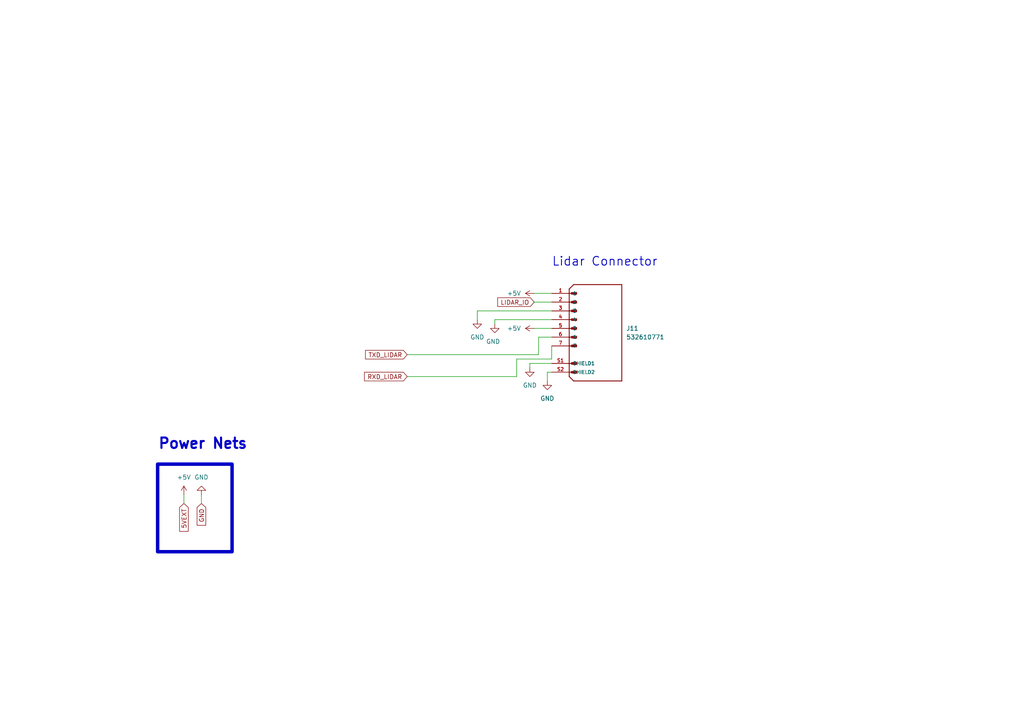
<source format=kicad_sch>
(kicad_sch (version 20231120) (generator "eeschema") (generator_version "8.0")
  (paper "A4")
  (lib_symbols
    (symbol "532610771:532610771" (pin_names (offset 1.016))
      (property "Reference" "J" (at -7.62 13.97 0))
      (property "Value" "532610771" (at -7.62 -17.78 0))
      (symbol "532610771_0_0"
        (rectangle (start -6.985 -13.0175) (end -5.3975 -12.3825) (stroke (width 0.1)) (fill (type outline)))
        (rectangle (start -6.985 -10.4775) (end -5.3975 -9.8425) (stroke (width 0.1)) (fill (type outline)))
        (rectangle (start -6.985 -5.3975) (end -5.3975 -4.7625) (stroke (width 0.1)) (fill (type outline)))
        (rectangle (start -6.985 -2.8575) (end -5.3975 -2.2225) (stroke (width 0.1)) (fill (type outline)))
        (rectangle (start -6.985 -0.3175) (end -5.3975 0.3175) (stroke (width 0.1)) (fill (type outline)))
        (rectangle (start -6.985 2.2225) (end -5.3975 2.8575) (stroke (width 0.1)) (fill (type outline)))
        (rectangle (start -6.985 4.7625) (end -5.3975 5.3975) (stroke (width 0.1)) (fill (type outline)))
        (rectangle (start -6.985 7.3025) (end -5.3975 7.9375) (stroke (width 0.1)) (fill (type outline)))
        (rectangle (start -6.985 9.8425) (end -5.3975 10.4775) (stroke (width 0.1)) (fill (type outline)))
        (polyline (pts (xy -7.62 -13.97) (xy -6.35 -15.24)) (stroke (width 0.254)))
        (polyline (pts (xy -7.62 -12.7) (xy -5.715 -12.7)) (stroke (width 0.254)))
        (polyline (pts (xy -7.62 -10.16) (xy -5.715 -10.16)) (stroke (width 0.254)))
        (polyline (pts (xy -7.62 -5.08) (xy -5.715 -5.08)) (stroke (width 0.254)))
        (polyline (pts (xy -7.62 -2.54) (xy -5.715 -2.54)) (stroke (width 0.254)))
        (polyline (pts (xy -7.62 0) (xy -5.715 0)) (stroke (width 0.254)))
        (polyline (pts (xy -7.62 2.54) (xy -5.715 2.54)) (stroke (width 0.254)))
        (polyline (pts (xy -7.62 5.08) (xy -5.715 5.08)) (stroke (width 0.254)))
        (polyline (pts (xy -7.62 7.62) (xy -5.715 7.62)) (stroke (width 0.254)))
        (polyline (pts (xy -7.62 10.16) (xy -5.715 10.16)) (stroke (width 0.254)))
        (polyline (pts (xy -7.62 11.43) (xy -7.62 -13.97)) (stroke (width 0.254)))
        (polyline (pts (xy -7.62 11.43) (xy -6.35 12.7)) (stroke (width 0.254)))
        (polyline (pts (xy -6.35 -15.24) (xy 7.62 -15.24)) (stroke (width 0.254)))
        (polyline (pts (xy 7.62 -15.24) (xy 7.62 12.7)) (stroke (width 0.254)))
        (polyline (pts (xy 7.62 12.7) (xy -6.35 12.7)) (stroke (width 0.254)))
        (pin passive line (at -12.7 10.16 0) (length 5.08) (name "1") (number "1"))
        (pin passive line (at -12.7 7.62 0) (length 5.08) (name "2") (number "2"))
        (pin passive line (at -12.7 5.08 0) (length 5.08) (name "3") (number "3"))
        (pin passive line (at -12.7 2.54 0) (length 5.08) (name "4") (number "4"))
        (pin passive line (at -12.7 0 0) (length 5.08) (name "5") (number "5"))
        (pin passive line (at -12.7 -2.54 0) (length 5.08) (name "6") (number "6"))
        (pin passive line (at -12.7 -5.08 0) (length 5.08) (name "7") (number "7"))
        (pin passive line (at -12.7 -10.16 0) (length 5.08) (name "SHIELD1") (number "S1"))
        (pin passive line (at -12.7 -12.7 0) (length 5.08) (name "SHIELD2") (number "S2"))
      )
    )
    (symbol "power:+5V" (power) (pin_names (offset 0))
      (property "Value" "+5V" (at 0 3.556 0))
      (symbol "+5V_0_1"
        (polyline (pts (xy -0.762 1.27) (xy 0 2.54)))
        (polyline (pts (xy 0 0) (xy 0 2.54)))
        (polyline (pts (xy 0 2.54) (xy 0.762 1.27)))
      )
      (symbol "+5V_1_1"
        (pin power_in line (at 0 0 90) (length 0) hide (name "+5V") (number "1"))
      )
    )
    (symbol "power:GND" (power) (pin_names (offset 0))
      (property "Value" "GND" (at 0 -3.81 0))
      (symbol "GND_0_1"
        (polyline (pts (xy 0 0) (xy 0 -1.27) (xy 1.27 -1.27) (xy 0 -2.54) (xy -1.27 -1.27) (xy 0 -1.27)))
      )
      (symbol "GND_1_1"
        (pin power_in line (at 0 0 270) (length 0) hide (name "GND") (number "1"))
      )
    )
  )
  (wire (pts (xy 156.21 97.79) (xy 160.02 97.79)))
  (wire (pts (xy 160.02 85.09) (xy 154.94 85.09)))
  (wire (pts (xy 160.02 105.41) (xy 153.67 105.41)))
  (wire (pts (xy 138.43 90.17) (xy 138.43 92.71)))
  (wire (pts (xy 118.11 102.87) (xy 156.21 102.87)))
  (wire (pts (xy 160.02 104.14) (xy 160.02 100.33)))
  (wire (pts (xy 149.86 109.22) (xy 149.86 104.14)))
  (wire (pts (xy 153.67 105.41) (xy 153.67 106.68)))
  (wire (pts (xy 154.94 95.25) (xy 160.02 95.25)))
  (wire (pts (xy 53.34 143.51) (xy 53.34 146.05)))
  (wire (pts (xy 143.51 92.71) (xy 160.02 92.71)))
  (wire (pts (xy 154.94 87.63) (xy 160.02 87.63)))
  (wire (pts (xy 138.43 90.17) (xy 160.02 90.17)))
  (wire (pts (xy 143.51 92.71) (xy 143.51 93.98)))
  (wire (pts (xy 156.21 102.87) (xy 156.21 97.79)))
  (wire (pts (xy 158.75 107.95) (xy 158.75 110.49)))
  (wire (pts (xy 118.11 109.22) (xy 149.86 109.22)))
  (wire (pts (xy 160.02 107.95) (xy 158.75 107.95)))
  (wire (pts (xy 149.86 104.14) (xy 160.02 104.14)))
  (wire (pts (xy 58.42 143.51) (xy 58.42 146.05)))
  (rectangle (start 45.72 134.62) (end 67.31 160.02) (stroke (width 1)))
  (text "Lidar Connector\n" (at 160.02 77.47 0) (effects (font (size 2.54 2.54) (thickness 0.25)) (justify left bottom)))
  (text "Power Nets" (at 45.72 130.556 0) (effects (font (size 3 3) (thickness 0.6) (bold yes)) (justify left bottom)))
  (global_label "GND" (shape input) (at 58.42 146.05 270) (property "Intersheetrefs" "${INTERSHEET_REFS}" (effects (hide yes))))
  (global_label "RXD_LIDAR" (shape input) (at 118.11 109.22 180) (property "Intersheetrefs" "${INTERSHEET_REFS}" (effects (hide yes))))
  (global_label "5VEXT" (shape input) (at 53.34 146.05 270) (property "Intersheetrefs" "${INTERSHEET_REFS}" (effects (hide yes))))
  (global_label "TXD_LIDAR" (shape input) (at 118.11 102.87 180) (property "Intersheetrefs" "${INTERSHEET_REFS}" (effects (hide yes))))
  (global_label "LIDAR_IO" (shape input) (at 154.94 87.63 180) (property "Intersheetrefs" "${INTERSHEET_REFS}" (effects (hide yes))))
  (symbol (lib_id "power:+5V") (at 154.94 95.25 90) (unit 1)
    (property "Reference" "#PWR0102" (effects (hide yes)))
    (property "Value" "+5V" (at 151.13 95.25 90) (effects (justify left)))
  )
  (symbol (lib_id "power:+5V") (at 53.34 143.51 0) (unit 1)
    (property "Reference" "#PWR060" (effects (hide yes)))
    (property "Value" "+5V" (at 53.34 138.43 0))
    (property "Description" "Power symbol creates a global label with name \"+5V\"" (effects (hide yes)))
  )
  (symbol (lib_id "power:GND") (at 153.67 106.68 0) (unit 1)
    (property "Reference" "#PWR0103" (effects (hide yes)))
    (property "Value" "GND" (at 153.67 111.76 0))
  )
  (symbol (lib_id "power:GND") (at 158.75 110.49 0) (unit 1)
    (property "Reference" "#PWR0104" (effects (hide yes)))
    (property "Value" "GND" (at 158.75 115.57 0))
  )
  (symbol (lib_id "power:+5V") (at 154.94 85.09 90) (unit 1)
    (property "Reference" "#PWR0101" (effects (hide yes)))
    (property "Value" "+5V" (at 151.13 85.09 90) (effects (justify left)))
  )
  (symbol (lib_id "power:GND") (at 143.51 93.98 0) (unit 1)
    (property "Reference" "#PWR0105" (effects (hide yes)))
    (property "Value" "GND" (at 140.97 99.06 0) (effects (justify left)))
  )
  (symbol (lib_id "532610771:532610771") (at 172.72 95.25 0) (unit 1)
    (property "Reference" "J11" (at 181.61 95.25 0) (effects (justify left)))
    (property "Value" "532610771" (at 181.61 97.79 0) (effects (justify left)))
    (property "Footprint" "Footprints:MOLEX_connector" (effects (hide yes)))
    (property "Description" "\nPicoblade Connector, 7 Circuit Single Row, Right Angle Surface Mount SMT PCB\n" (effects (hide yes)))
    (property "DigiKey_Part_Number" "WM7625TR-ND" (effects (hide yes)))
    (property "MF" "Molex" (effects (hide yes)))
    (property "MAXIMUM_PACKAGE_HEIGHT" "3.4 mm" (effects (hide yes)))
    (property "Package" "None" (effects (hide yes)))
    (property "Check_prices" "https://www.snapeda.com/parts/0532610771/Molex/view-part/?ref=eda" (effects (hide yes)))
    (property "STANDARD" "Manufacturer Recommendations" (effects (hide yes)))
    (property "PARTREV" "J" (effects (hide yes)))
    (property "SnapEDA_Link" "https://www.snapeda.com/parts/0532610771/Molex/view-part/?ref=snap" (effects (hide yes)))
    (property "MP" "0532610771" (effects (hide yes)))
    (property "Purchase-URL" "https://www.snapeda.com/api/url_track_click_mouser/?unipart_id=577144&manufacturer=Molex&part_name=0532610771&search_term=None" (effects (hide yes)))
    (property "MANUFACTURER" "Molex" (effects (hide yes)))
  )
  (symbol (lib_id "power:GND") (at 138.43 92.71 0) (unit 1)
    (property "Reference" "#PWR0106" (effects (hide yes)))
    (property "Value" "GND" (at 138.43 97.79 0))
  )
  (symbol (lib_id "power:GND") (at 58.42 143.51 180) (unit 1)
    (property "Reference" "#PWR065" (effects (hide yes)))
    (property "Value" "GND" (at 58.42 138.43 0))
    (property "Description" "Power symbol creates a global label with name \"GND\" , ground" (effects (hide yes)))
  )
)
</source>
